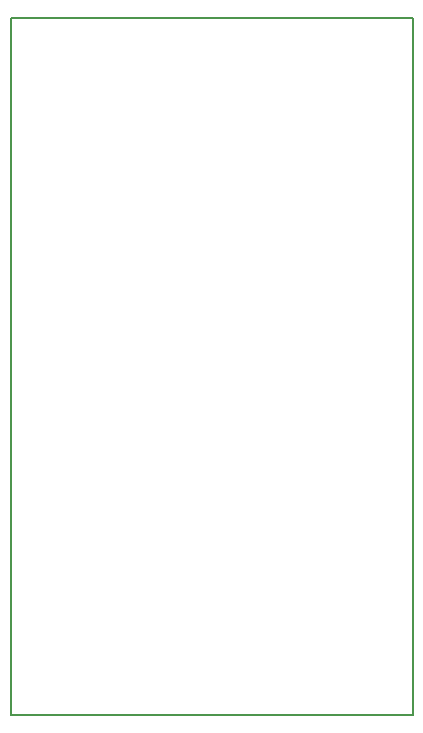
<source format=gbr>
G04 #@! TF.GenerationSoftware,KiCad,Pcbnew,(5.0.1)-rc2*
G04 #@! TF.CreationDate,2019-10-07T13:01:37-07:00*
G04 #@! TF.ProjectId,GPSLogger,4750534C6F676765722E6B696361645F,rev?*
G04 #@! TF.SameCoordinates,Original*
G04 #@! TF.FileFunction,Profile,NP*
%FSLAX46Y46*%
G04 Gerber Fmt 4.6, Leading zero omitted, Abs format (unit mm)*
G04 Created by KiCad (PCBNEW (5.0.1)-rc2) date 10/7/2019 1:01:37 PM*
%MOMM*%
%LPD*%
G01*
G04 APERTURE LIST*
%ADD10C,0.150000*%
G04 APERTURE END LIST*
D10*
X165000000Y-63000000D02*
X165000000Y-122000000D01*
X131000000Y-63000000D02*
X165000000Y-63000000D01*
X131000000Y-122000000D02*
X131000000Y-63000000D01*
X165000000Y-122000000D02*
X131000000Y-122000000D01*
M02*

</source>
